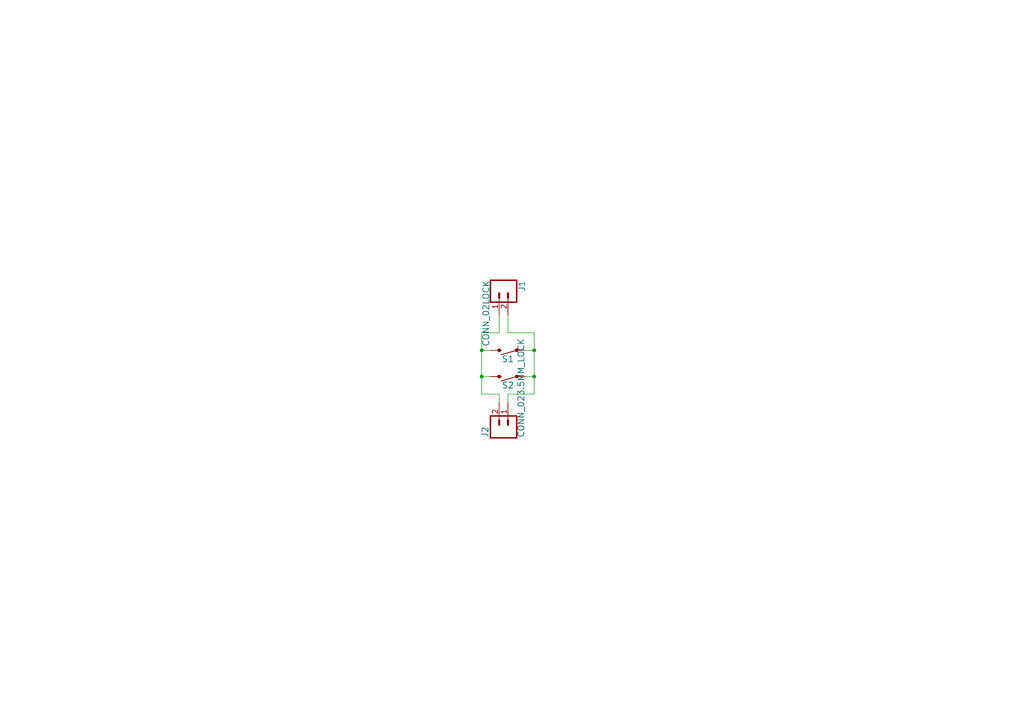
<source format=kicad_sch>
(kicad_sch (version 20250114) (generator "eeschema") (generator_version "9.0")
  (paper "A4")
  (lib_symbols
    (symbol "button breakout-eagle-import:CONN_023.5MM_LOCK"
      (property "Reference" "J" (at -2.54 5.588 0))
      (symbol "CONN_023.5MM_LOCK_1_0"
        (polyline (pts (xy -2.54 5.08) (xy -2.54 -2.54)) (stroke (width 0.4064)))
        (polyline (pts (xy -2.54 5.08) (xy 3.81 5.08)) (stroke (width 0.4064)))
        (polyline (pts (xy 1.27 2.54) (xy 2.54 2.54)) (stroke (width 0.6096)))
        (polyline (pts (xy 1.27 0) (xy 2.54 0)) (stroke (width 0.6096)))
        (polyline (pts (xy 3.81 -2.54) (xy -2.54 -2.54)) (stroke (width 0.4064)))
        (polyline (pts (xy 3.81 -2.54) (xy 3.81 5.08)) (stroke (width 0.4064)))
        (pin passive line (at 7.62 2.54 180) (length 5.08) (name "2") (number "2"))
        (pin passive line (at 7.62 0 180) (length 5.08) (name "1") (number "1"))
      )
    )
    (symbol "button breakout-eagle-import:CONN_02LOCK"
      (property "Reference" "J" (at -2.54 5.588 0))
      (symbol "CONN_02LOCK_1_0"
        (polyline (pts (xy -2.54 5.08) (xy -2.54 -2.54)) (stroke (width 0.4064)))
        (polyline (pts (xy -2.54 5.08) (xy 3.81 5.08)) (stroke (width 0.4064)))
        (polyline (pts (xy 1.27 2.54) (xy 2.54 2.54)) (stroke (width 0.6096)))
        (polyline (pts (xy 1.27 0) (xy 2.54 0)) (stroke (width 0.6096)))
        (polyline (pts (xy 3.81 -2.54) (xy -2.54 -2.54)) (stroke (width 0.4064)))
        (polyline (pts (xy 3.81 -2.54) (xy 3.81 5.08)) (stroke (width 0.4064)))
        (pin passive line (at 7.62 2.54 180) (length 5.08) (name "2") (number "2"))
        (pin passive line (at 7.62 0 180) (length 5.08) (name "1") (number "1"))
      )
    )
    (symbol "button breakout-eagle-import:MOMENTARY-SWITCH-SPST-PTH-12MM"
      (property "Reference" "S" (at 0 1.524 0))
      (symbol "MOMENTARY-SWITCH-SPST-PTH-12MM_1_0"
        (circle (center -2.54 0) (radius 0.127) (stroke (width 0.4064)))
        (polyline (pts (xy -2.54 0) (xy 1.905 1.27)) (stroke (width 0.254)))
        (polyline (pts (xy 1.905 0) (xy 2.54 0)) (stroke (width 0.254)))
        (circle (center 2.54 0) (radius 0.127) (stroke (width 0.4064)))
        (pin passive line (at -5.08 0 0) (length 2.54) (name "1") (number "1"))
        (pin passive line (at 5.08 0 180) (length 2.54) (name "2") (number "3"))
      )
    )
    (symbol "button breakout-eagle-import:MOMENTARY-SWITCH-SPST-PTH-6.0MM"
      (property "Reference" "S" (at 0 1.524 0))
      (symbol "MOMENTARY-SWITCH-SPST-PTH-6.0MM_1_0"
        (circle (center -2.54 0) (radius 0.127) (stroke (width 0.4064)))
        (polyline (pts (xy -2.54 0) (xy 1.905 1.27)) (stroke (width 0.254)))
        (polyline (pts (xy 1.905 0) (xy 2.54 0)) (stroke (width 0.254)))
        (circle (center 2.54 0) (radius 0.127) (stroke (width 0.4064)))
        (pin passive line (at -5.08 0 0) (length 2.54) (name "1") (number "1"))
        (pin passive line (at 5.08 0 180) (length 2.54) (name "2") (number "3"))
      )
    )
  )
  (junction (at 139.7 101.6))
  (junction (at 154.94 109.22))
  (junction (at 154.94 101.6))
  (junction (at 139.7 109.22))
  (wire (pts (xy 154.94 96.52) (xy 154.94 101.6)) (stroke (width 0.1524)))
  (wire (pts (xy 154.94 109.22) (xy 152.4 109.22)) (stroke (width 0.1524)))
  (wire (pts (xy 139.7 114.3) (xy 139.7 109.22)) (stroke (width 0.1524)))
  (wire (pts (xy 144.78 116.84) (xy 144.78 114.3)) (stroke (width 0.1524)))
  (wire (pts (xy 147.32 116.84) (xy 147.32 114.3)) (stroke (width 0.1524)))
  (wire (pts (xy 144.78 96.52) (xy 139.7 96.52)) (stroke (width 0.1524)))
  (wire (pts (xy 139.7 109.22) (xy 142.24 109.22)) (stroke (width 0.1524)))
  (wire (pts (xy 154.94 114.3) (xy 154.94 109.22)) (stroke (width 0.1524)))
  (wire (pts (xy 154.94 101.6) (xy 152.4 101.6)) (stroke (width 0.1524)))
  (wire (pts (xy 147.32 91.44) (xy 147.32 96.52)) (stroke (width 0.1524)))
  (wire (pts (xy 139.7 101.6) (xy 142.24 101.6)) (stroke (width 0.1524)))
  (wire (pts (xy 139.7 96.52) (xy 139.7 101.6)) (stroke (width 0.1524)))
  (wire (pts (xy 147.32 114.3) (xy 154.94 114.3)) (stroke (width 0.1524)))
  (wire (pts (xy 139.7 101.6) (xy 139.7 109.22)) (stroke (width 0.1524)))
  (wire (pts (xy 144.78 114.3) (xy 139.7 114.3)) (stroke (width 0.1524)))
  (wire (pts (xy 154.94 101.6) (xy 154.94 109.22)) (stroke (width 0.1524)))
  (wire (pts (xy 147.32 96.52) (xy 154.94 96.52)) (stroke (width 0.1524)))
  (wire (pts (xy 144.78 91.44) (xy 144.78 96.52)) (stroke (width 0.1524)))
  (symbol (lib_id "button breakout-eagle-import:MOMENTARY-SWITCH-SPST-PTH-12MM") (at 147.32 101.6 180) (unit 1)
    (property "Reference" "S1" (at 147.32 103.124 0) (effects (font (size 1.778 1.778)) (justify bottom)))
    (property "Value" "MOMENTARY-SWITCH-SPST-PTH-12MM" (effects (hide yes)))
    (property "Footprint" "button breakout:TACTILE_SWITCH_PTH_12MM" (effects (hide yes)))
  )
  (symbol (lib_id "button breakout-eagle-import:CONN_023.5MM_LOCK") (at 147.32 124.46 90) (unit 1)
    (property "Reference" "J2" (at 141.732 127 0) (effects (font (size 1.778 1.778)) (justify left bottom)))
    (property "Value" "CONN_023.5MM_LOCK" (at 152.146 127 0) (effects (font (size 1.778 1.778)) (justify left bottom)))
    (property "Footprint" "button breakout:SCREWTERMINAL-3.5MM-2_LOCK" (effects (hide yes)))
  )
  (symbol (lib_id "button breakout-eagle-import:MOMENTARY-SWITCH-SPST-PTH-6.0MM") (at 147.32 109.22 180) (unit 1)
    (property "Reference" "S2" (at 147.32 110.744 0) (effects (font (size 1.778 1.778)) (justify bottom)))
    (property "Value" "MOMENTARY-SWITCH-SPST-PTH-6.0MM" (effects (hide yes)))
    (property "Footprint" "button breakout:TACTILE_SWITCH_PTH_6.0MM" (effects (hide yes)))
  )
  (symbol (lib_id "button breakout-eagle-import:CONN_02LOCK") (at 144.78 83.82 270) (unit 1)
    (property "Reference" "J1" (at 150.368 81.28 0) (effects (font (size 1.778 1.778)) (justify left bottom)))
    (property "Value" "CONN_02LOCK" (at 139.954 81.28 0) (effects (font (size 1.778 1.778)) (justify left bottom)))
    (property "Footprint" "button breakout:1X02_LOCK" (effects (hide yes)))
  )
)
</source>
